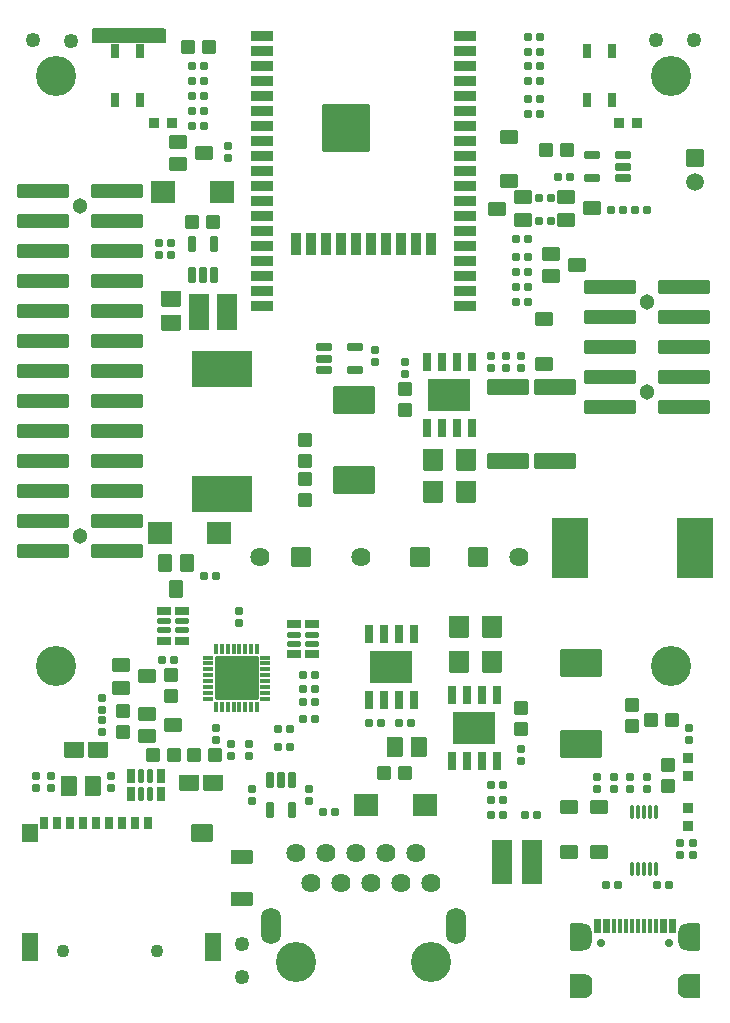
<source format=gbr>
%TF.GenerationSoftware,KiCad,Pcbnew,7.0.9-7.0.9~ubuntu22.04.1*%
%TF.CreationDate,2024-03-05T16:37:04+02:00*%
%TF.ProjectId,ESP32-PoE2_Rev_B,45535033-322d-4506-9f45-325f5265765f,B*%
%TF.SameCoordinates,PX4c4b3ffPYa21fe81*%
%TF.FileFunction,Soldermask,Top*%
%TF.FilePolarity,Negative*%
%FSLAX46Y46*%
G04 Gerber Fmt 4.6, Leading zero omitted, Abs format (unit mm)*
G04 Created by KiCad (PCBNEW 7.0.9-7.0.9~ubuntu22.04.1) date 2024-03-05 16:37:04*
%MOMM*%
%LPD*%
G01*
G04 APERTURE LIST*
G04 Aperture macros list*
%AMRoundRect*
0 Rectangle with rounded corners*
0 $1 Rounding radius*
0 $2 $3 $4 $5 $6 $7 $8 $9 X,Y pos of 4 corners*
0 Add a 4 corners polygon primitive as box body*
4,1,4,$2,$3,$4,$5,$6,$7,$8,$9,$2,$3,0*
0 Add four circle primitives for the rounded corners*
1,1,$1+$1,$2,$3*
1,1,$1+$1,$4,$5*
1,1,$1+$1,$6,$7*
1,1,$1+$1,$8,$9*
0 Add four rect primitives between the rounded corners*
20,1,$1+$1,$2,$3,$4,$5,0*
20,1,$1+$1,$4,$5,$6,$7,0*
20,1,$1+$1,$6,$7,$8,$9,0*
20,1,$1+$1,$8,$9,$2,$3,0*%
G04 Aperture macros list end*
%ADD10RoundRect,0.050800X-1.700000X1.100000X-1.700000X-1.100000X1.700000X-1.100000X1.700000X1.100000X0*%
%ADD11RoundRect,0.050800X1.700000X-0.600000X1.700000X0.600000X-1.700000X0.600000X-1.700000X-0.600000X0*%
%ADD12RoundRect,0.050800X1.499999X2.500000X-1.499999X2.500000X-1.499999X-2.500000X1.499999X-2.500000X0*%
%ADD13RoundRect,0.050800X-2.500000X1.499999X-2.500000X-1.499999X2.500000X-1.499999X2.500000X1.499999X0*%
%ADD14RoundRect,0.050800X-0.900000X-0.400000X0.900000X-0.400000X0.900000X0.400000X-0.900000X0.400000X0*%
%ADD15RoundRect,0.050800X-0.400000X-0.900000X0.400000X-0.900000X0.400000X0.900000X-0.400000X0.900000X0*%
%ADD16C,1.601600*%
%ADD17RoundRect,0.050800X-1.950000X-1.950000X1.950000X-1.950000X1.950000X1.950000X-1.950000X1.950000X0*%
%ADD18RoundRect,0.050800X0.400000X0.125000X-0.400000X0.125000X-0.400000X-0.125000X0.400000X-0.125000X0*%
%ADD19RoundRect,0.050800X-0.125000X0.400000X-0.125000X-0.400000X0.125000X-0.400000X0.125000X0.400000X0*%
%ADD20RoundRect,0.050800X-0.400000X-0.125000X0.400000X-0.125000X0.400000X0.125000X-0.400000X0.125000X0*%
%ADD21RoundRect,0.050800X0.125000X-0.400000X0.125000X0.400000X-0.125000X0.400000X-0.125000X-0.400000X0*%
%ADD22RoundRect,0.050800X0.200000X-0.200000X0.200000X0.200000X-0.200000X0.200000X-0.200000X-0.200000X0*%
%ADD23RoundRect,0.050800X0.711200X-0.711200X0.711200X0.711200X-0.711200X0.711200X-0.711200X-0.711200X0*%
%ADD24RoundRect,0.050800X1.800000X-1.800000X1.800000X1.800000X-1.800000X1.800000X-1.800000X-1.800000X0*%
%ADD25C,1.254000*%
%ADD26C,1.301600*%
%ADD27RoundRect,0.050800X-2.125000X-0.500000X2.125000X-0.500000X2.125000X0.500000X-2.125000X0.500000X0*%
%ADD28RoundRect,0.050800X0.700000X0.500000X-0.700000X0.500000X-0.700000X-0.500000X0.700000X-0.500000X0*%
%ADD29RoundRect,0.050800X0.250000X0.275000X-0.250000X0.275000X-0.250000X-0.275000X0.250000X-0.275000X0*%
%ADD30RoundRect,0.050800X-0.250000X-0.275000X0.250000X-0.275000X0.250000X0.275000X-0.250000X0.275000X0*%
%ADD31RoundRect,0.050800X0.508000X-0.317500X0.508000X0.317500X-0.508000X0.317500X-0.508000X-0.317500X0*%
%ADD32RoundRect,0.050800X0.508000X-0.190500X0.508000X0.190500X-0.508000X0.190500X-0.508000X-0.190500X0*%
%ADD33RoundRect,0.050800X0.275000X-0.250000X0.275000X0.250000X-0.275000X0.250000X-0.275000X-0.250000X0*%
%ADD34RoundRect,0.050800X-0.275000X0.250000X-0.275000X-0.250000X0.275000X-0.250000X0.275000X0.250000X0*%
%ADD35RoundRect,0.050800X-0.635000X0.762000X-0.635000X-0.762000X0.635000X-0.762000X0.635000X0.762000X0*%
%ADD36RoundRect,0.050800X-0.508000X0.317500X-0.508000X-0.317500X0.508000X-0.317500X0.508000X0.317500X0*%
%ADD37RoundRect,0.050800X-0.508000X0.190500X-0.508000X-0.190500X0.508000X-0.190500X0.508000X0.190500X0*%
%ADD38RoundRect,0.050800X0.508000X0.508000X-0.508000X0.508000X-0.508000X-0.508000X0.508000X-0.508000X0*%
%ADD39RoundRect,0.050800X-0.762000X-0.635000X0.762000X-0.635000X0.762000X0.635000X-0.762000X0.635000X0*%
%ADD40RoundRect,0.050800X-0.400000X-0.400000X0.400000X-0.400000X0.400000X0.400000X-0.400000X0.400000X0*%
%ADD41C,3.401601*%
%ADD42O,1.701600X3.101599*%
%ADD43C,1.625600*%
%ADD44RoundRect,0.050800X0.508000X-0.508000X0.508000X0.508000X-0.508000X0.508000X-0.508000X-0.508000X0*%
%ADD45RoundRect,0.050800X-0.889000X0.508000X-0.889000X-0.508000X0.889000X-0.508000X0.889000X0.508000X0*%
%ADD46RoundRect,0.050800X-1.000000X-0.850000X1.000000X-0.850000X1.000000X0.850000X-1.000000X0.850000X0*%
%ADD47RoundRect,0.050800X0.762000X0.635000X-0.762000X0.635000X-0.762000X-0.635000X0.762000X-0.635000X0*%
%ADD48RoundRect,0.050800X0.500000X-0.700000X0.500000X0.700000X-0.500000X0.700000X-0.500000X-0.700000X0*%
%ADD49RoundRect,0.050800X-0.508000X0.508000X-0.508000X-0.508000X0.508000X-0.508000X0.508000X0.508000X0*%
%ADD50RoundRect,0.050800X-0.325000X0.525000X-0.325000X-0.525000X0.325000X-0.525000X0.325000X0.525000X0*%
%ADD51RoundRect,0.050800X-0.800000X-1.500000X0.800000X-1.500000X0.800000X1.500000X-0.800000X1.500000X0*%
%ADD52RoundRect,0.050800X-0.762000X-0.762000X0.762000X-0.762000X0.762000X0.762000X-0.762000X0.762000X0*%
%ADD53RoundRect,0.050800X0.762000X0.762000X-0.762000X0.762000X-0.762000X-0.762000X0.762000X-0.762000X0*%
%ADD54RoundRect,0.050800X1.000000X0.850000X-1.000000X0.850000X-1.000000X-0.850000X1.000000X-0.850000X0*%
%ADD55RoundRect,0.050800X-0.275000X0.600000X-0.275000X-0.600000X0.275000X-0.600000X0.275000X0.600000X0*%
%ADD56RoundRect,0.050800X0.400000X-0.400000X0.400000X0.400000X-0.400000X0.400000X-0.400000X-0.400000X0*%
%ADD57RoundRect,0.050800X0.325000X-0.525000X0.325000X0.525000X-0.325000X0.525000X-0.325000X-0.525000X0*%
%ADD58RoundRect,0.050800X0.700000X-0.500000X0.700000X0.500000X-0.700000X0.500000X-0.700000X-0.500000X0*%
%ADD59RoundRect,0.050800X0.275000X-0.600000X0.275000X0.600000X-0.275000X0.600000X-0.275000X-0.600000X0*%
%ADD60RoundRect,0.050800X-0.508000X-0.508000X0.508000X-0.508000X0.508000X0.508000X-0.508000X0.508000X0*%
%ADD61RoundRect,0.050800X0.762000X0.889000X-0.762000X0.889000X-0.762000X-0.889000X0.762000X-0.889000X0*%
%ADD62RoundRect,0.050800X-0.317500X-0.508000X0.317500X-0.508000X0.317500X0.508000X-0.317500X0.508000X0*%
%ADD63RoundRect,0.050800X-0.190500X-0.508000X0.190500X-0.508000X0.190500X0.508000X-0.190500X0.508000X0*%
%ADD64RoundRect,0.050800X0.300000X0.700000X-0.300000X0.700000X-0.300000X-0.700000X0.300000X-0.700000X0*%
%ADD65C,1.901600*%
%ADD66RoundRect,0.050800X-1.750000X1.300000X-1.750000X-1.300000X1.750000X-1.300000X1.750000X1.300000X0*%
%ADD67RoundRect,0.050800X0.600000X0.275000X-0.600000X0.275000X-0.600000X-0.275000X0.600000X-0.275000X0*%
%ADD68RoundRect,0.050800X-0.700000X0.700000X-0.700000X-0.700000X0.700000X-0.700000X0.700000X0.700000X0*%
%ADD69C,1.501600*%
%ADD70RoundRect,0.050800X-0.600000X-0.275000X0.600000X-0.275000X0.600000X0.275000X-0.600000X0.275000X0*%
%ADD71RoundRect,0.050800X-0.300000X-0.700000X0.300000X-0.700000X0.300000X0.700000X-0.300000X0.700000X0*%
%ADD72RoundRect,0.050800X1.750000X-1.300000X1.750000X1.300000X-1.750000X1.300000X-1.750000X-1.300000X0*%
%ADD73RoundRect,0.050800X-0.700000X-0.500000X0.700000X-0.500000X0.700000X0.500000X-0.700000X0.500000X0*%
%ADD74R,0.700000X1.100000*%
%ADD75C,1.101600*%
%ADD76RoundRect,0.100000X0.600000X0.700000X-0.600000X0.700000X-0.600000X-0.700000X0.600000X-0.700000X0*%
%ADD77RoundRect,0.100000X0.800000X0.700000X-0.800000X0.700000X-0.800000X-0.700000X0.800000X-0.700000X0*%
%ADD78RoundRect,0.100000X0.600000X1.100000X-0.600000X1.100000X-0.600000X-1.100000X0.600000X-1.100000X0*%
%ADD79RoundRect,0.050800X-0.762000X-0.889000X0.762000X-0.889000X0.762000X0.889000X-0.762000X0.889000X0*%
%ADD80C,0.701600*%
%ADD81RoundRect,0.050800X-0.550000X-1.100000X0.550000X-1.100000X0.550000X1.100000X-0.550000X1.100000X0*%
%ADD82O,1.301600X2.301600*%
%ADD83RoundRect,0.050800X-0.550000X-1.000000X0.550000X-1.000000X0.550000X1.000000X-0.550000X1.000000X0*%
%ADD84O,1.401600X2.101600*%
%ADD85RoundRect,0.050800X-0.150000X-0.575000X0.150000X-0.575000X0.150000X0.575000X-0.150000X0.575000X0*%
%ADD86RoundRect,0.050800X-0.125000X-0.575000X0.125000X-0.575000X0.125000X0.575000X-0.125000X0.575000X0*%
%ADD87RoundRect,0.050800X-0.700000X0.500000X-0.700000X-0.500000X0.700000X-0.500000X0.700000X0.500000X0*%
%ADD88RoundRect,0.050800X0.825500X1.841500X-0.825500X1.841500X-0.825500X-1.841500X0.825500X-1.841500X0*%
%ADD89RoundRect,0.050800X2.125000X0.500000X-2.125000X0.500000X-2.125000X-0.500000X2.125000X-0.500000X0*%
%ADD90RoundRect,0.050800X-0.125000X-0.500000X0.125000X-0.500000X0.125000X0.500000X-0.125000X0.500000X0*%
G04 APERTURE END LIST*
D10*
X48397001Y29255001D03*
X48397001Y22455001D03*
X29220001Y51539001D03*
X29220001Y44739001D03*
D11*
X46250001Y46350001D03*
X46250001Y52650001D03*
X42250001Y46350001D03*
X42250001Y52650001D03*
D12*
X58050001Y39000001D03*
X47450001Y39000001D03*
D13*
X18000001Y54189001D03*
X18000001Y43589001D03*
D14*
X21400001Y82400001D03*
X21400001Y81130001D03*
X21400001Y79860001D03*
X21400001Y78590001D03*
X21400001Y77320001D03*
X21400001Y76050001D03*
X21400001Y74780001D03*
X21400001Y73510001D03*
X21400001Y72240001D03*
X21400001Y70970001D03*
X21400001Y69700001D03*
X21400001Y68430001D03*
X21400001Y67160001D03*
X21400001Y65890001D03*
X21400001Y64620001D03*
D15*
X24285001Y64740001D03*
D14*
X21400001Y63350001D03*
D15*
X25555001Y64740001D03*
D14*
X21400001Y62080001D03*
D15*
X26825001Y64740001D03*
D14*
X21400001Y60810001D03*
D15*
X28095001Y64740001D03*
D14*
X21400001Y59540001D03*
D15*
X29365001Y64740001D03*
X30635001Y64740001D03*
D14*
X38600001Y59540001D03*
D15*
X31905001Y64740001D03*
D14*
X38600001Y60810001D03*
D15*
X33175001Y64740001D03*
D14*
X38600001Y62080001D03*
D15*
X34445001Y64740001D03*
D14*
X38600001Y63350001D03*
D15*
X35715001Y64740001D03*
D14*
X38600001Y64620001D03*
X38600001Y65890001D03*
X38600001Y67160001D03*
X38600001Y68430001D03*
X38600001Y69700001D03*
X38600001Y70970001D03*
X38600001Y72240001D03*
X38600001Y73510001D03*
X38600001Y74780001D03*
X38600001Y76050001D03*
X38600001Y77320001D03*
X38600001Y78590001D03*
X38600001Y79860001D03*
X38600001Y81130001D03*
X38600001Y82400001D03*
D16*
X28500001Y74600001D03*
D17*
X28500001Y74600001D03*
D18*
X21700001Y26250001D03*
X21700001Y26750001D03*
X21700001Y27250001D03*
X21700001Y27750001D03*
X21700001Y28250001D03*
X21700001Y28750001D03*
X21700001Y29250001D03*
X21700001Y29750001D03*
D19*
X21000001Y30450001D03*
X20500001Y30450001D03*
X20000001Y30450001D03*
X19500001Y30450001D03*
X19000001Y30450001D03*
X18500001Y30450001D03*
X18000001Y30450001D03*
X17500001Y30450001D03*
D20*
X16800001Y29750001D03*
X16800001Y29250001D03*
X16800001Y28750001D03*
X16800001Y28250001D03*
X16800001Y27750001D03*
X16800001Y27250001D03*
X16800001Y26750001D03*
X16800001Y26250001D03*
D21*
X17500001Y25550001D03*
X18000001Y25550001D03*
X18500001Y25550001D03*
X19000001Y25550001D03*
X19500001Y25550001D03*
X20000001Y25550001D03*
X20500001Y25550001D03*
X21000001Y25550001D03*
D22*
X18750001Y26700001D03*
X19750001Y26700001D03*
X17950001Y27500001D03*
X20550001Y27500001D03*
D23*
X19250001Y28000001D03*
D24*
X19250001Y28000001D03*
D22*
X17950001Y28500001D03*
X20550001Y28500001D03*
X18750001Y29300001D03*
X19750001Y29300001D03*
D25*
X54800001Y82000001D03*
D26*
X54000001Y59810001D03*
X54000001Y52190001D03*
D27*
X50875001Y61080001D03*
X57125001Y61080001D03*
X50875001Y58540001D03*
X57125001Y58540001D03*
X50875001Y56000001D03*
X57125001Y56000001D03*
X50875001Y53460001D03*
X57125001Y53460001D03*
X50875001Y50920001D03*
X57125001Y50920001D03*
D25*
X58000001Y82000001D03*
D28*
X14269561Y73413961D03*
X14269561Y71511501D03*
X16479361Y72466541D03*
D29*
X16520001Y36650001D03*
D30*
X17536001Y36650001D03*
D31*
X25664001Y30046001D03*
X24140001Y30046001D03*
D32*
X25664001Y30935001D03*
X24140001Y30935001D03*
X25664001Y31697001D03*
X24140001Y31697001D03*
D31*
X25664001Y32586001D03*
X24140001Y32586001D03*
D29*
X43952001Y82270001D03*
D30*
X44968001Y82270001D03*
X44968001Y79830001D03*
D29*
X43952001Y79830001D03*
D33*
X3566001Y19759001D03*
D34*
X3566001Y18743001D03*
D25*
X19695001Y2741001D03*
D33*
X8646001Y19759001D03*
D34*
X8646001Y18743001D03*
D30*
X16508001Y79830001D03*
D29*
X15492001Y79830001D03*
X42936001Y61161001D03*
D30*
X43952001Y61161001D03*
D35*
X7122001Y18870001D03*
X5090001Y18870001D03*
D36*
X13091001Y33729001D03*
X14615001Y33729001D03*
D37*
X13091001Y32840001D03*
X14615001Y32840001D03*
X13091001Y32078001D03*
X14615001Y32078001D03*
D36*
X13091001Y31189001D03*
X14615001Y31189001D03*
D33*
X2296001Y19759001D03*
D34*
X2296001Y18743001D03*
D28*
X11642561Y25000001D03*
X11642561Y23097541D03*
X13852361Y24052581D03*
D38*
X13980001Y21537001D03*
X12202001Y21537001D03*
D33*
X17536001Y23823001D03*
D34*
X17536001Y22807001D03*
D29*
X24902001Y25982001D03*
D30*
X25918001Y25982001D03*
D29*
X24902001Y27125001D03*
D30*
X25918001Y27125001D03*
D29*
X24902001Y28268001D03*
D30*
X25918001Y28268001D03*
D39*
X15250001Y19124001D03*
X17282001Y19124001D03*
D38*
X47254001Y72718001D03*
X45476001Y72718001D03*
D30*
X47508001Y70432001D03*
D29*
X46492001Y70432001D03*
X15504001Y76020001D03*
D30*
X16520001Y76020001D03*
X53985001Y67638001D03*
D29*
X52969001Y67638001D03*
D40*
X53162001Y75000001D03*
X51638001Y75000001D03*
D29*
X43952001Y77036001D03*
D30*
X44968001Y77036001D03*
D29*
X43952001Y78560001D03*
D30*
X44968001Y78560001D03*
D29*
X15492001Y74750001D03*
D30*
X16508001Y74750001D03*
D34*
X20330001Y21410001D03*
D33*
X20330001Y22426001D03*
D30*
X43952001Y63701001D03*
D29*
X42936001Y63701001D03*
D30*
X13980001Y29538001D03*
D29*
X12964001Y29538001D03*
D41*
X24285001Y4000001D03*
X35715001Y4000001D03*
D42*
X22200001Y7050001D03*
X37800001Y7050001D03*
D43*
X24285001Y13190001D03*
X25555001Y10650001D03*
X26825001Y13190001D03*
X28095001Y10650001D03*
X29365001Y13190001D03*
X30635001Y10650001D03*
X31905001Y13190001D03*
X33175001Y10650001D03*
X34445001Y13190001D03*
X35715001Y10650001D03*
D44*
X13726001Y26490001D03*
X13726001Y28268001D03*
D45*
X19750001Y12901001D03*
X19750001Y9345001D03*
D46*
X30250001Y17250001D03*
X35250001Y17250001D03*
D34*
X57922001Y13028001D03*
D33*
X57922001Y14044001D03*
D47*
X13726001Y58113001D03*
X13726001Y60145001D03*
D34*
X43317001Y21029001D03*
D33*
X43317001Y22045001D03*
D48*
X15056961Y37757441D03*
X13154501Y37757441D03*
X14109541Y35547641D03*
D46*
X12750001Y40250001D03*
X17750001Y40250001D03*
D44*
X9662001Y23442001D03*
X9662001Y25220001D03*
D49*
X43317001Y25474001D03*
X43317001Y23696001D03*
D29*
X42936001Y62431001D03*
D30*
X43952001Y62431001D03*
D50*
X11075001Y81075001D03*
X11075001Y76925001D03*
X8925001Y81075001D03*
X8925001Y76925001D03*
D34*
X57541001Y22807001D03*
D33*
X57541001Y23823001D03*
D30*
X41793001Y17727001D03*
D29*
X40777001Y17727001D03*
X40777001Y18997001D03*
D30*
X41793001Y18997001D03*
X41793001Y16457001D03*
D29*
X40777001Y16457001D03*
D51*
X18482001Y59002001D03*
X16082001Y59002001D03*
D30*
X43952001Y65225001D03*
D29*
X42936001Y65225001D03*
D25*
X5217001Y81989001D03*
D30*
X44968001Y81020001D03*
D29*
X43952001Y81020001D03*
D43*
X29750001Y38250001D03*
D52*
X34750001Y38250001D03*
D43*
X43190001Y38301001D03*
D53*
X39690001Y38301001D03*
D33*
X12710001Y64844001D03*
D34*
X12710001Y63828001D03*
D33*
X13726001Y64844001D03*
D34*
X13726001Y63828001D03*
D38*
X17282001Y66622001D03*
X15504001Y66622001D03*
D54*
X18000001Y69162001D03*
X13000001Y69162001D03*
D55*
X15443001Y62147001D03*
X16393001Y62147001D03*
X17343001Y62147001D03*
X17343001Y64747001D03*
X15443001Y64747001D03*
D30*
X23759001Y22172001D03*
D29*
X22743001Y22172001D03*
D30*
X27569001Y16711001D03*
D29*
X26553001Y16711001D03*
D34*
X18806001Y21410001D03*
D33*
X18806001Y22426001D03*
D56*
X57500001Y21262001D03*
X57500001Y19738001D03*
X57500001Y17004001D03*
X57500001Y15480001D03*
D30*
X23759001Y23696001D03*
D29*
X22743001Y23696001D03*
D57*
X48925001Y76925001D03*
X48925001Y81075001D03*
X51075001Y76925001D03*
X51075001Y81075001D03*
D25*
X2000001Y82000001D03*
D58*
X45250001Y54600001D03*
X45250001Y58400001D03*
D34*
X19441001Y32713001D03*
D33*
X19441001Y33729001D03*
D34*
X20584001Y17600001D03*
D33*
X20584001Y18616001D03*
D34*
X25410001Y17600001D03*
D33*
X25410001Y18616001D03*
D59*
X23947001Y19408001D03*
X22997001Y19408001D03*
X22047001Y19408001D03*
X22047001Y16808001D03*
X23947001Y16808001D03*
D29*
X24902001Y24585001D03*
D30*
X25918001Y24585001D03*
D60*
X15631001Y21537001D03*
X17409001Y21537001D03*
D61*
X40904001Y29411001D03*
X38110001Y29411001D03*
D60*
X31734001Y20000001D03*
X33512001Y20000001D03*
D30*
X16508001Y77290001D03*
D29*
X15492001Y77290001D03*
D62*
X10297001Y18235001D03*
X10297001Y19759001D03*
D63*
X11186001Y18235001D03*
X11186001Y19759001D03*
X11948001Y18235001D03*
X11948001Y19759001D03*
D62*
X12837001Y18235001D03*
X12837001Y19759001D03*
D64*
X41300001Y26550001D03*
X40030001Y26550001D03*
X38760001Y26550001D03*
X37490001Y26550001D03*
X37490001Y20950001D03*
X38760001Y20950001D03*
X40030001Y20950001D03*
X41300001Y20950001D03*
D65*
X39395001Y23750001D03*
D66*
X39395001Y23750001D03*
D60*
X54366001Y24458001D03*
X56144001Y24458001D03*
D44*
X52715001Y23950001D03*
X52715001Y25728001D03*
D25*
X19695001Y5535001D03*
D34*
X30998001Y54811001D03*
D33*
X30998001Y55827001D03*
D41*
X4000001Y29000001D03*
X4000001Y79000001D03*
D34*
X18552001Y72083001D03*
D33*
X18552001Y73099001D03*
D67*
X26700001Y56015001D03*
X26700001Y55065001D03*
X26700001Y54115001D03*
X29300001Y54115001D03*
X29300001Y56015001D03*
D41*
X56000001Y79000001D03*
D68*
X58035681Y72028701D03*
D69*
X58038221Y69999241D03*
D70*
X51983001Y70371001D03*
X51983001Y71321001D03*
X51983001Y72271001D03*
X49383001Y72271001D03*
X49383001Y70371001D03*
D30*
X44968001Y75766001D03*
D29*
X43952001Y75766001D03*
D28*
X9443561Y29090961D03*
X9443561Y27188501D03*
X11653361Y28143541D03*
D34*
X7884001Y23442001D03*
D33*
X7884001Y24458001D03*
D34*
X7884001Y25347001D03*
D33*
X7884001Y26363001D03*
D30*
X16508001Y78560001D03*
D29*
X15492001Y78560001D03*
D47*
X7503001Y21918001D03*
X5471001Y21918001D03*
D40*
X13762001Y75000001D03*
X12238001Y75000001D03*
D71*
X30460001Y26150001D03*
X31730001Y26150001D03*
X33000001Y26150001D03*
X34270001Y26150001D03*
X34270001Y31750001D03*
X33000001Y31750001D03*
X31730001Y31750001D03*
X30460001Y31750001D03*
D65*
X32365001Y28950001D03*
D72*
X32365001Y28950001D03*
D35*
X34681001Y22172001D03*
X32649001Y22172001D03*
D29*
X42936001Y59891001D03*
D30*
X43952001Y59891001D03*
D29*
X33030001Y24200001D03*
D30*
X34046001Y24200001D03*
D29*
X30490001Y24200001D03*
D30*
X31506001Y24200001D03*
D58*
X42301001Y70056001D03*
X42301001Y73856001D03*
D73*
X43535441Y66815041D03*
X43535441Y68717501D03*
X41325641Y67762461D03*
D28*
X47162561Y68714961D03*
X47162561Y66812501D03*
X49372361Y67767541D03*
D44*
X55750001Y18870001D03*
X55750001Y20648001D03*
D43*
X21250001Y38250001D03*
D52*
X24750001Y38250001D03*
D30*
X45857001Y66749001D03*
D29*
X44841001Y66749001D03*
D74*
X11750001Y15750001D03*
X10650001Y15750001D03*
X9550001Y15750001D03*
X8450001Y15750001D03*
X7350001Y15750001D03*
X6250001Y15750001D03*
X5150001Y15750001D03*
X4050001Y15750001D03*
X2950001Y15750001D03*
D75*
X12548001Y4867801D03*
X4547001Y4867801D03*
D76*
X1750001Y14870001D03*
D77*
X16350001Y14870001D03*
D78*
X1750001Y5270001D03*
X17250001Y5270001D03*
D30*
X44714001Y16457001D03*
D29*
X43698001Y16457001D03*
D34*
X43317001Y54250001D03*
D33*
X43317001Y55266001D03*
D79*
X35853001Y46500002D03*
X38647001Y46500002D03*
D34*
X49794001Y18616001D03*
D33*
X49794001Y19632001D03*
D34*
X52588001Y18616001D03*
D33*
X52588001Y19632001D03*
D29*
X54874001Y10500001D03*
D30*
X55890001Y10500001D03*
D34*
X42047001Y54250001D03*
D33*
X42047001Y55266001D03*
D44*
X33538001Y50747001D03*
X33538001Y52525001D03*
D61*
X40904001Y32332001D03*
X38110001Y32332001D03*
D71*
X35345001Y49150001D03*
X36615001Y49150001D03*
X37885001Y49150001D03*
X39155001Y49150001D03*
X39155001Y54750001D03*
X37885001Y54750001D03*
X36615001Y54750001D03*
X35345001Y54750001D03*
D65*
X37250001Y51950001D03*
D72*
X37250001Y51950001D03*
D80*
X55890001Y5598001D03*
X50110001Y5598001D03*
D81*
X57927601Y6098001D03*
D82*
X57320001Y6098001D03*
X48680001Y6098001D03*
D81*
X48072401Y6098001D03*
D83*
X57927601Y1918001D03*
D84*
X57320001Y1918001D03*
X48680001Y1918001D03*
D83*
X48072401Y1918001D03*
D85*
X49675001Y7000001D03*
X50475001Y7000001D03*
D86*
X51750001Y7000001D03*
X52750001Y7000001D03*
X53250001Y7000001D03*
X54250001Y7000001D03*
D85*
X55525001Y7000001D03*
X56325001Y7000001D03*
X56075001Y7000001D03*
X55275001Y7000001D03*
D86*
X54750001Y7000001D03*
X53750001Y7000001D03*
X52250001Y7000001D03*
X51250001Y7000001D03*
D85*
X50725001Y7000001D03*
X49925001Y7000001D03*
D33*
X33538001Y54811001D03*
D34*
X33538001Y53795001D03*
D29*
X50556001Y10500001D03*
D30*
X51572001Y10500001D03*
D79*
X35853001Y43750001D03*
X38647001Y43750001D03*
D87*
X47381001Y17087001D03*
X47381001Y13287001D03*
D88*
X44270001Y12432301D03*
X41730001Y12432301D03*
D49*
X25029001Y44905001D03*
X25029001Y43127001D03*
D87*
X45900001Y63950001D03*
X45900001Y62050001D03*
X48100001Y63000001D03*
D41*
X56000001Y29000001D03*
D58*
X49921001Y13287001D03*
X49921001Y17087001D03*
D26*
X6000001Y67970001D03*
X6000001Y40030001D03*
D27*
X2875001Y69240001D03*
X9125001Y69240001D03*
X2875001Y66700001D03*
X9125001Y66700001D03*
X2875001Y64160001D03*
X9125001Y64160001D03*
X2875001Y61620001D03*
X9125001Y61620001D03*
X2875001Y59080001D03*
X9125001Y59080001D03*
X2875001Y56540001D03*
X9125001Y56540001D03*
X2875001Y54000001D03*
X9125001Y54000001D03*
X2875001Y51460001D03*
X9125001Y51460001D03*
X2875001Y48920001D03*
X9125001Y48920001D03*
X2875001Y46380001D03*
X9125001Y46380001D03*
D89*
X2875001Y43840001D03*
D27*
X9125001Y43840001D03*
D89*
X2875001Y41300001D03*
D27*
X9125001Y41300001D03*
D89*
X2875001Y38760001D03*
D27*
X9125001Y38760001D03*
D90*
X52750001Y11850001D03*
X53250001Y11850001D03*
X53750001Y11850001D03*
X54250001Y11850001D03*
X54750001Y11850001D03*
X54750001Y16650001D03*
X54250001Y16650001D03*
X53750001Y16650001D03*
X53250001Y16650001D03*
X52750001Y16650001D03*
D34*
X51191001Y18616001D03*
D33*
X51191001Y19632001D03*
D44*
X25029001Y46429001D03*
X25029001Y48207001D03*
D33*
X40777001Y55266001D03*
D34*
X40777001Y54250001D03*
D38*
X16881001Y81481001D03*
X15103001Y81481001D03*
D33*
X53985001Y19632001D03*
D34*
X53985001Y18616001D03*
D33*
X56779001Y14044001D03*
D34*
X56779001Y13028001D03*
D29*
X50937001Y67638001D03*
D30*
X51953001Y67638001D03*
D29*
X44841001Y68654001D03*
D30*
X45857001Y68654001D03*
G36*
X13192122Y82991999D02*
G01*
X13238615Y82938343D01*
X13250001Y82886001D01*
X13250001Y81876001D01*
X13229999Y81807880D01*
X13176343Y81761387D01*
X13124001Y81750001D01*
X7109501Y81750001D01*
X7041380Y81770003D01*
X6994887Y81823659D01*
X6983501Y81876001D01*
X6983501Y82886001D01*
X7003503Y82954122D01*
X7057159Y83000615D01*
X7109501Y83012001D01*
X13124001Y83012001D01*
X13192122Y82991999D01*
G37*
M02*

</source>
